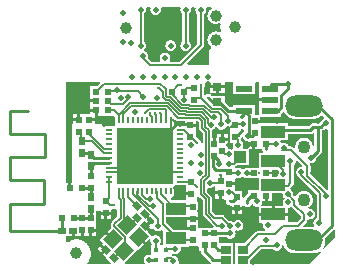
<source format=gtl>
%FSLAX24Y24*%
%MOIN*%
G70*
G01*
G75*
G04 Layer_Physical_Order=1*
G04 Layer_Color=255*
%ADD10R,0.0335X0.0256*%
%ADD11R,0.0177X0.0177*%
%ADD12R,0.0571X0.0217*%
%ADD13R,0.0571X0.0217*%
%ADD14R,0.0709X0.0394*%
G04:AMPARAMS|DCode=15|XSize=47.2mil|YSize=43.3mil|CornerRadius=0mil|HoleSize=0mil|Usage=FLASHONLY|Rotation=45.000|XOffset=0mil|YOffset=0mil|HoleType=Round|Shape=Rectangle|*
%AMROTATEDRECTD15*
4,1,4,-0.0014,-0.0320,-0.0320,-0.0014,0.0014,0.0320,0.0320,0.0014,-0.0014,-0.0320,0.0*
%
%ADD15ROTATEDRECTD15*%

%ADD16R,0.1850X0.1850*%
%ADD17O,0.0079X0.0256*%
%ADD18O,0.0256X0.0079*%
%ADD19R,0.0394X0.0394*%
%ADD20R,0.0236X0.0217*%
%ADD21R,0.0217X0.0236*%
%ADD22R,0.0256X0.0197*%
%ADD23R,0.0197X0.0256*%
%ADD24C,0.0394*%
%ADD25R,0.0197X0.0236*%
%ADD26R,0.0236X0.0197*%
%ADD27R,0.0315X0.0295*%
G04:AMPARAMS|DCode=28|XSize=19.7mil|YSize=23.6mil|CornerRadius=0mil|HoleSize=0mil|Usage=FLASHONLY|Rotation=45.000|XOffset=0mil|YOffset=0mil|HoleType=Round|Shape=Rectangle|*
%AMROTATEDRECTD28*
4,1,4,0.0014,-0.0153,-0.0153,0.0014,-0.0014,0.0153,0.0153,-0.0014,0.0014,-0.0153,0.0*
%
%ADD28ROTATEDRECTD28*%

%ADD29R,0.0787X0.0394*%
%ADD30C,0.0060*%
%ADD31C,0.0100*%
%ADD32C,0.0050*%
%ADD33C,0.0080*%
%ADD34C,0.0070*%
%ADD35C,0.0090*%
%ADD36C,0.0390*%
%ADD37O,0.1260X0.0709*%
%ADD38C,0.0433*%
%ADD39C,0.0200*%
%ADD40C,0.0197*%
%ADD41C,0.0118*%
G36*
X5335Y2750D02*
X5354Y2746D01*
X5372Y2744D01*
X5550D01*
X5568Y2746D01*
X5580Y2749D01*
X5652D01*
Y2659D01*
Y2513D01*
X5830D01*
Y2413D01*
X5652D01*
Y2265D01*
D01*
Y2265D01*
X5626Y2239D01*
X5177D01*
X5132Y2284D01*
X5133Y2288D01*
X5149Y2332D01*
X5155Y2332D01*
X5173Y2337D01*
X5191Y2344D01*
X5207Y2354D01*
X5221Y2366D01*
X5233Y2380D01*
X5243Y2396D01*
X5250Y2413D01*
X5254Y2432D01*
X5256Y2450D01*
Y2628D01*
X5254Y2646D01*
X5250Y2665D01*
X5243Y2682D01*
D01*
Y2682D01*
X5264Y2725D01*
D01*
X5275D01*
Y2736D01*
D01*
X5318Y2757D01*
D01*
D01*
X5318Y2757D01*
X5318D01*
D01*
X5335Y2750D01*
D02*
G37*
G36*
X6632Y2703D02*
Y2689D01*
Y2543D01*
X6810D01*
Y2493D01*
X6860D01*
Y2295D01*
X6900D01*
X6966Y2268D01*
X6976Y2256D01*
X6972Y2242D01*
X6971Y2220D01*
X6972Y2198D01*
X6977Y2177D01*
X6986Y2157D01*
X6997Y2138D01*
X7011Y2121D01*
X7028Y2107D01*
X7047Y2096D01*
X7067Y2087D01*
X7088Y2082D01*
X7110Y2081D01*
X7132Y2082D01*
X7132Y2082D01*
X7166Y2056D01*
X7172Y2043D01*
Y2023D01*
X7528D01*
Y2055D01*
X7577Y2069D01*
X7577Y2068D01*
X7591Y2051D01*
X7608Y2037D01*
X7627Y2026D01*
X7647Y2017D01*
X7668Y2012D01*
X7690Y2011D01*
X7712Y2012D01*
X7733Y2017D01*
X7753Y2026D01*
X7772Y2037D01*
X7789Y2051D01*
X7803Y2068D01*
X7814Y2087D01*
X7819Y2098D01*
X7869Y2103D01*
X7873Y2096D01*
X7888Y2079D01*
X7906Y2063D01*
X7925Y2050D01*
X7946Y2040D01*
X7969Y2032D01*
X7992Y2028D01*
X8015Y2026D01*
X8038Y2028D01*
X8048Y2030D01*
X8067Y2014D01*
X8087Y1956D01*
Y1822D01*
X8511D01*
Y2049D01*
X8175D01*
X8155Y2094D01*
X8157Y2096D01*
X8170Y2116D01*
X8180Y2137D01*
X8188Y2159D01*
X8192Y2182D01*
X8194Y2205D01*
X8209Y2222D01*
X8267D01*
Y2400D01*
X8367D01*
Y2222D01*
X8515D01*
Y2479D01*
X8837D01*
X8871Y2443D01*
X8871Y2440D01*
X8873Y2417D01*
X8877Y2394D01*
X8885Y2372D01*
X8895Y2351D01*
X8908Y2331D01*
X8924Y2314D01*
X8934Y2305D01*
Y2296D01*
X8918Y2279D01*
X8905Y2259D01*
X8895Y2238D01*
X8887Y2216D01*
X8883Y2193D01*
X8881Y2170D01*
X8883Y2147D01*
X8887Y2124D01*
X8895Y2102D01*
X8900Y2091D01*
X8885Y2067D01*
X8857Y2049D01*
X8611D01*
Y1822D01*
X9049D01*
X9060Y1991D01*
X9083Y1993D01*
X9106Y1997D01*
X9128Y2005D01*
X9149Y2015D01*
X9169Y2028D01*
X9170Y2026D01*
X9171Y2025D01*
X9171D01*
X9171Y2025D01*
X9171Y2025D01*
Y2025D01*
X9171D01*
X9171D01*
X9182Y2012D01*
X9470Y1724D01*
Y1626D01*
X9354Y1510D01*
X9034D01*
Y1600D01*
X9042Y1722D01*
X8087D01*
Y1495D01*
X8123D01*
X8193Y1471D01*
X8205Y1456D01*
X8203Y1443D01*
X8201Y1420D01*
X8203Y1397D01*
X8207Y1374D01*
X8215Y1352D01*
X8225Y1331D01*
X8238Y1311D01*
X8254Y1294D01*
X8271Y1278D01*
X8286Y1268D01*
X8276Y1236D01*
X8268Y1220D01*
X8058D01*
X8041Y1219D01*
X8024Y1215D01*
X8008Y1208D01*
X7993Y1199D01*
X7980Y1188D01*
X7597Y805D01*
X7298D01*
Y389D01*
Y110D01*
X7222D01*
Y389D01*
Y805D01*
X6758D01*
Y939D01*
Y1006D01*
X7001D01*
X7014Y995D01*
X7034Y982D01*
X7055Y972D01*
X7077Y964D01*
X7100Y960D01*
X7123Y958D01*
X7146Y960D01*
X7169Y964D01*
X7192Y972D01*
X7213Y982D01*
X7232Y995D01*
X7250Y1010D01*
X7265Y1028D01*
X7278Y1047D01*
X7288Y1068D01*
X7296Y1091D01*
X7300Y1114D01*
X7302Y1137D01*
X7300Y1160D01*
X7296Y1183D01*
X7288Y1205D01*
X7324Y1241D01*
X7334Y1237D01*
X7357Y1233D01*
X7380Y1231D01*
X7403Y1233D01*
X7426Y1237D01*
X7448Y1245D01*
X7469Y1255D01*
X7489Y1268D01*
X7506Y1284D01*
X7522Y1301D01*
X7535Y1321D01*
X7545Y1342D01*
X7553Y1364D01*
X7557Y1387D01*
X7559Y1410D01*
X7557Y1433D01*
X7553Y1456D01*
X7545Y1478D01*
X7535Y1499D01*
X7522Y1519D01*
X7506Y1536D01*
X7489Y1552D01*
X7469Y1565D01*
X7448Y1575D01*
X7426Y1583D01*
X7403Y1587D01*
X7380Y1589D01*
X7357Y1587D01*
X7334Y1583D01*
X7312Y1575D01*
X7291Y1565D01*
X7271Y1552D01*
X7254Y1536D01*
X7238Y1519D01*
X7219Y1532D01*
X7219Y1532D01*
Y1532D01*
X7199Y1545D01*
X7178Y1555D01*
X7156Y1563D01*
X7133Y1567D01*
X7110Y1569D01*
X7087Y1567D01*
X7082Y1566D01*
X6919Y1730D01*
X6906Y1741D01*
X6892Y1750D01*
X6877Y1756D01*
X6861Y1760D01*
X6844Y1761D01*
X6632D01*
X6519Y1874D01*
Y2311D01*
X6518Y2328D01*
X6514Y2344D01*
X6508Y2359D01*
X6499Y2373D01*
X6488Y2386D01*
X6349Y2525D01*
Y2609D01*
X6371Y2652D01*
X6390Y2666D01*
X6401Y2662D01*
X6424Y2658D01*
X6448Y2656D01*
X6471Y2658D01*
X6494Y2662D01*
X6516Y2670D01*
X6537Y2680D01*
X6557Y2693D01*
X6574Y2709D01*
X6585Y2721D01*
X6632Y2703D01*
D02*
G37*
G36*
X3358Y1932D02*
Y1705D01*
X3182Y1528D01*
X3171Y1515D01*
X3162Y1500D01*
X3155Y1484D01*
X3151Y1467D01*
X3150Y1450D01*
Y1370D01*
X3151Y1353D01*
X3155Y1336D01*
X3161Y1321D01*
X3034Y1193D01*
X3244Y984D01*
X3173Y913D01*
X2963Y1123D01*
X2775Y934D01*
X2900Y809D01*
X2866Y775D01*
X3006Y635D01*
X2971Y599D01*
X3006Y564D01*
X2880Y438D01*
X2983Y335D01*
X2985Y333D01*
X3161Y157D01*
X3142Y110D01*
X2378D01*
X2358Y156D01*
X2365Y164D01*
X2390Y197D01*
X2412Y232D01*
X2432Y269D01*
X2447Y307D01*
X2460Y347D01*
X2469Y387D01*
X2474Y428D01*
X2476Y470D01*
X2474Y512D01*
X2469Y553D01*
X2460Y593D01*
X2447Y633D01*
X2432Y671D01*
X2412Y708D01*
X2390Y743D01*
X2365Y776D01*
X2337Y807D01*
X2306Y835D01*
X2273Y860D01*
X2238Y882D01*
X2201Y902D01*
X2163Y917D01*
X2123Y930D01*
X2083Y939D01*
X2042Y944D01*
X2000Y946D01*
X1958Y944D01*
X1917Y939D01*
X1877Y930D01*
X1837Y917D01*
X1799Y902D01*
X1762Y882D01*
X1727Y860D01*
X1705Y843D01*
X1671Y860D01*
X1660Y872D01*
Y1052D01*
X1689D01*
Y1052D01*
X1847D01*
Y1230D01*
X1947D01*
Y1052D01*
X2022D01*
Y1045D01*
X2150D01*
Y1243D01*
X2250D01*
Y1045D01*
X2302D01*
Y1045D01*
X2430D01*
Y1243D01*
X2480D01*
Y1293D01*
X2658D01*
Y1439D01*
Y1755D01*
Y1870D01*
X2802D01*
Y1863D01*
X3158D01*
Y1910D01*
X3172Y1931D01*
X3200Y1950D01*
X3207Y1947D01*
X3228Y1942D01*
X3250Y1941D01*
X3272Y1942D01*
X3293Y1947D01*
X3313Y1956D01*
X3315Y1957D01*
X3358Y1932D01*
D02*
G37*
G36*
X7538Y4343D02*
X7544Y4325D01*
X7554Y4304D01*
X7567Y4284D01*
X7583Y4267D01*
X7600Y4251D01*
X7620Y4238D01*
X7641Y4228D01*
X7663Y4220D01*
X7686Y4216D01*
X7709Y4214D01*
X7715Y4209D01*
Y4180D01*
X7913D01*
Y4130D01*
X7963D01*
Y3952D01*
X8181D01*
X8182Y3938D01*
X8187Y3917D01*
X8196Y3897D01*
X8207Y3878D01*
X8218Y3866D01*
X8209Y3847D01*
X8186Y3820D01*
X8087D01*
Y3328D01*
X7715D01*
Y3328D01*
X7714Y3328D01*
X7700Y3329D01*
X7677Y3327D01*
X7654Y3323D01*
X7632Y3315D01*
X7611Y3305D01*
X7591Y3292D01*
X7574Y3276D01*
X7567Y3270D01*
X7517D01*
X7511Y3276D01*
X7494Y3292D01*
X7474Y3305D01*
X7453Y3315D01*
X7431Y3323D01*
X7408Y3327D01*
X7385Y3329D01*
X7362Y3327D01*
X7339Y3323D01*
X7317Y3315D01*
X7311Y3312D01*
X7303Y3317D01*
X7306Y3315D01*
X7295Y3344D01*
X7295Y3373D01*
X7300Y3376D01*
X7313Y3387D01*
X7339Y3413D01*
X7737D01*
Y3952D01*
X7863D01*
Y4080D01*
X7715D01*
Y3967D01*
X7598D01*
X7547Y4001D01*
X7542Y4009D01*
X7550Y4026D01*
X7558Y4049D01*
X7562Y4072D01*
X7564Y4095D01*
X7562Y4118D01*
X7558Y4141D01*
X7550Y4163D01*
X7540Y4184D01*
X7527Y4204D01*
X7511Y4221D01*
X7495Y4235D01*
Y4258D01*
X7494Y4275D01*
X7490Y4292D01*
X7483Y4308D01*
X7483Y4308D01*
X7512Y4349D01*
X7538Y4343D01*
D02*
G37*
G36*
X8750Y3221D02*
X8748Y3219D01*
X8735Y3199D01*
X8725Y3178D01*
X8717Y3156D01*
X8713Y3133D01*
X8711Y3110D01*
X8713Y3087D01*
X8716Y3071D01*
X8706Y3060D01*
X8626Y3033D01*
X8505D01*
Y3266D01*
X8729D01*
X8750Y3221D01*
D02*
G37*
G36*
X7574Y3024D02*
X7591Y3008D01*
X7611Y2995D01*
X7632Y2985D01*
X7654Y2977D01*
X7677Y2973D01*
X7700Y2971D01*
X7714Y2972D01*
X7715Y2972D01*
Y2972D01*
X8087D01*
Y2578D01*
X7725D01*
Y2484D01*
X7598Y2357D01*
X7584Y2341D01*
X7577Y2328D01*
X7534Y2340D01*
X7528Y2342D01*
Y2565D01*
X7308D01*
X7275Y2598D01*
X7268Y2604D01*
Y2743D01*
X7090D01*
Y2843D01*
X7268D01*
Y2955D01*
X7276Y2966D01*
X7311Y2988D01*
X7317Y2985D01*
X7339Y2977D01*
X7362Y2973D01*
X7385Y2971D01*
X7408Y2973D01*
X7431Y2977D01*
X7453Y2985D01*
X7474Y2995D01*
X7494Y3008D01*
X7511Y3024D01*
X7517Y3031D01*
X7567D01*
X7574Y3024D01*
D02*
G37*
G36*
X6059Y2378D02*
X6070Y2365D01*
X6209Y2226D01*
Y1786D01*
X6210Y1770D01*
X6214Y1754D01*
X6220Y1738D01*
X6229Y1724D01*
X6239Y1712D01*
X6570Y1381D01*
X6551Y1335D01*
X6082D01*
D01*
X6082D01*
X6048Y1368D01*
Y1435D01*
Y1583D01*
X5692D01*
Y1435D01*
Y1367D01*
X5870D01*
Y1267D01*
X5692D01*
Y1255D01*
X5243D01*
X4986Y1512D01*
Y1685D01*
X5692D01*
Y1683D01*
X6048D01*
Y1829D01*
Y2225D01*
X6008D01*
Y2265D01*
X6008D01*
Y2368D01*
X6057Y2382D01*
X6059Y2378D01*
D02*
G37*
G36*
X10633Y1260D02*
Y1005D01*
X10259Y631D01*
X10220Y662D01*
X10236Y688D01*
X10254Y722D01*
X10268Y757D01*
X10280Y793D01*
X10288Y830D01*
X10293Y868D01*
X10295Y906D01*
X10293Y943D01*
X10288Y980D01*
X10587Y1279D01*
X10633Y1260D01*
D02*
G37*
G36*
X8900Y757D02*
X8915Y722D01*
X8932Y688D01*
X8953Y656D01*
X8976Y626D01*
X9001Y598D01*
X9029Y572D01*
X9059Y549D01*
X9091Y529D01*
X9125Y512D01*
X9160Y497D01*
X9196Y486D01*
X9233Y477D01*
X9271Y472D01*
X9309Y471D01*
X9860D01*
X9898Y472D01*
X9935Y477D01*
X9972Y486D01*
X10009Y497D01*
X10044Y512D01*
X10077Y529D01*
X10104Y546D01*
X10135Y507D01*
X9738Y110D01*
X7793D01*
Y247D01*
X8156Y610D01*
X8548D01*
X8561Y598D01*
X8581Y585D01*
X8602Y575D01*
X8624Y567D01*
X8647Y563D01*
X8670Y561D01*
X8693Y563D01*
X8716Y567D01*
X8738Y575D01*
X8759Y585D01*
X8779Y598D01*
X8796Y614D01*
X8812Y631D01*
X8825Y651D01*
X8835Y672D01*
X8843Y694D01*
X8847Y717D01*
X8849Y740D01*
X8848Y758D01*
X8897Y768D01*
X8900Y757D01*
D02*
G37*
G36*
X6048Y725D02*
X6048D01*
X6082Y692D01*
Y545D01*
X6140D01*
Y540D01*
X6141Y520D01*
X6146Y500D01*
X6151Y489D01*
X6154Y481D01*
X6165Y463D01*
X6178Y448D01*
X6455Y170D01*
X6471Y157D01*
X6470Y157D01*
X6442Y110D01*
X5479D01*
X5395Y152D01*
X5403Y174D01*
X5407Y197D01*
X5409Y220D01*
X5407Y243D01*
X5403Y266D01*
X5395Y288D01*
X5385Y309D01*
X5372Y329D01*
X5356Y346D01*
X5339Y362D01*
X5319Y375D01*
X5298Y385D01*
X5276Y393D01*
X5253Y397D01*
X5230Y399D01*
X5207Y397D01*
X5205Y397D01*
X5183Y414D01*
X5188Y464D01*
X5210Y476D01*
X5211Y475D01*
X5232Y465D01*
X5254Y457D01*
X5277Y453D01*
X5300Y451D01*
X5323Y453D01*
X5346Y457D01*
X5368Y465D01*
X5389Y475D01*
X5409Y488D01*
X5426Y504D01*
X5442Y521D01*
X5455Y541D01*
X5465Y562D01*
X5473Y584D01*
X5477Y607D01*
X5479Y630D01*
X5477Y653D01*
X5475Y662D01*
X5492Y683D01*
X5546Y701D01*
X5744D01*
Y725D01*
X6048D01*
D01*
D02*
G37*
G36*
X9503Y3411D02*
X9502Y3384D01*
X9492Y3358D01*
X9477Y3357D01*
X9454Y3353D01*
X9432Y3345D01*
X9411Y3335D01*
X9391Y3322D01*
X9374Y3306D01*
X9358Y3289D01*
X9345Y3269D01*
X9335Y3248D01*
X9327Y3226D01*
X9323Y3203D01*
X9321Y3180D01*
X9323Y3157D01*
X9327Y3134D01*
X9335Y3112D01*
X9345Y3091D01*
X9358Y3071D01*
X9374Y3054D01*
X9391Y3038D01*
X9411Y3025D01*
X9417Y3022D01*
X9422Y3016D01*
X10010Y2429D01*
Y1649D01*
X10008Y1648D01*
X9987Y1638D01*
X9967Y1625D01*
X9950Y1610D01*
X9934Y1592D01*
X9921Y1573D01*
X9911Y1552D01*
X9904Y1529D01*
X9899Y1506D01*
X9897Y1483D01*
X9899Y1460D01*
X9904Y1437D01*
X9911Y1415D01*
X9921Y1394D01*
X9930Y1380D01*
X9904Y1338D01*
X9898Y1339D01*
X9860Y1340D01*
X9562D01*
X9542Y1386D01*
X9658Y1502D01*
X9669Y1515D01*
X9678Y1530D01*
X9681Y1537D01*
X9685Y1546D01*
X9689Y1563D01*
X9690Y1576D01*
X9701Y1584D01*
X9747Y1603D01*
X9770Y1601D01*
X9793Y1603D01*
X9816Y1607D01*
X9838Y1615D01*
X9859Y1625D01*
X9879Y1638D01*
X9896Y1654D01*
X9912Y1671D01*
X9925Y1691D01*
X9935Y1712D01*
X9943Y1734D01*
X9947Y1757D01*
X9949Y1780D01*
X9947Y1803D01*
X9943Y1826D01*
X9935Y1848D01*
X9925Y1869D01*
X9912Y1889D01*
X9896Y1906D01*
X9879Y1922D01*
X9859Y1935D01*
X9838Y1945D01*
X9816Y1953D01*
X9793Y1957D01*
X9770Y1959D01*
X9747Y1957D01*
X9744Y1957D01*
X9727Y2004D01*
X9742Y2012D01*
X9769Y2032D01*
X9794Y2054D01*
X9816Y2079D01*
X9836Y2106D01*
X9852Y2135D01*
X9865Y2166D01*
X9874Y2198D01*
X9879Y2231D01*
X9881Y2264D01*
X9879Y2297D01*
X9874Y2330D01*
X9865Y2362D01*
X9852Y2393D01*
X9836Y2422D01*
X9816Y2449D01*
X9794Y2474D01*
X9769Y2496D01*
X9742Y2515D01*
X9713Y2531D01*
X9682Y2544D01*
X9650Y2553D01*
X9617Y2559D01*
X9584Y2561D01*
X9551Y2559D01*
X9518Y2553D01*
X9486Y2544D01*
X9455Y2531D01*
X9426Y2515D01*
X9399Y2496D01*
X9374Y2474D01*
X9352Y2449D01*
X9333Y2422D01*
X9317Y2393D01*
X9315Y2389D01*
X9266Y2380D01*
X9227Y2419D01*
X9229Y2440D01*
X9227Y2463D01*
X9223Y2486D01*
X9215Y2508D01*
X9205Y2529D01*
X9192Y2549D01*
X9176Y2566D01*
X9159Y2582D01*
X9139Y2595D01*
X9135Y2597D01*
X9127Y2646D01*
X9207Y2726D01*
X9218Y2739D01*
X9227Y2754D01*
X9234Y2770D01*
X9238Y2786D01*
X9239Y2804D01*
X9239Y2804D01*
X9239Y2804D01*
Y2804D01*
Y3409D01*
X9255Y3424D01*
X9271Y3441D01*
X9284Y3461D01*
X9294Y3482D01*
X9301Y3504D01*
X9306Y3527D01*
X9307Y3543D01*
X9329Y3551D01*
X9361Y3554D01*
X9503Y3411D01*
D02*
G37*
G36*
X4455Y1686D02*
X4467Y1699D01*
X4534Y1632D01*
X4592Y1545D01*
X4591Y1523D01*
X4584Y1516D01*
X4568Y1499D01*
X4555Y1479D01*
X4545Y1458D01*
X4540Y1443D01*
X4523Y1439D01*
X4473Y1449D01*
X4461Y1462D01*
X4370Y1371D01*
X4478Y1263D01*
X4547Y1297D01*
X4559Y1295D01*
X4568Y1281D01*
X4584Y1264D01*
X4601Y1248D01*
X4621Y1235D01*
X4642Y1225D01*
X4664Y1217D01*
X4687Y1213D01*
X4710Y1211D01*
X4733Y1213D01*
X4756Y1217D01*
X4778Y1225D01*
X4799Y1235D01*
X4819Y1248D01*
X4830Y1258D01*
X4856Y1246D01*
X4876Y1229D01*
Y769D01*
X4830Y749D01*
X4782Y791D01*
X4795Y811D01*
X4805Y832D01*
X4813Y854D01*
X4817Y877D01*
X4819Y900D01*
X4817Y923D01*
X4813Y946D01*
X4805Y968D01*
X4795Y989D01*
X4782Y1009D01*
X4766Y1026D01*
X4749Y1042D01*
X4729Y1055D01*
X4708Y1065D01*
X4686Y1073D01*
X4663Y1077D01*
X4640Y1079D01*
X4617Y1077D01*
X4594Y1073D01*
X4572Y1065D01*
X4551Y1055D01*
X4531Y1042D01*
X4519Y1031D01*
X4505Y1046D01*
Y1046D01*
X4380Y1171D01*
X4404Y1195D01*
X4264Y1335D01*
X4299Y1371D01*
X4264Y1406D01*
X4390Y1532D01*
X4345Y1577D01*
X4384Y1615D01*
X4244Y1755D01*
X4315Y1826D01*
X4455Y1686D01*
D02*
G37*
G36*
X4317Y857D02*
X4421Y962D01*
X4426Y960D01*
X4466Y939D01*
X4463Y923D01*
X4461Y900D01*
X4463Y877D01*
X4467Y854D01*
X4475Y832D01*
X4485Y811D01*
X4498Y791D01*
X4514Y774D01*
D01*
D01*
Y774D01*
X4494Y746D01*
X4494D01*
Y505D01*
X4471Y438D01*
X4455Y425D01*
X4443Y427D01*
X4420Y429D01*
X4397Y427D01*
X4374Y423D01*
X4352Y415D01*
X4331Y405D01*
X4311Y392D01*
X4294Y376D01*
X4278Y359D01*
X4265Y339D01*
X4255Y318D01*
X4247Y296D01*
X4243Y273D01*
X4241Y250D01*
X4243Y227D01*
X4247Y204D01*
X4255Y182D01*
X4265Y161D01*
X4269Y154D01*
X4248Y115D01*
X4243Y110D01*
X3635D01*
X3616Y157D01*
X4032Y572D01*
X4032D01*
X4058Y598D01*
X4058Y598D01*
X4058Y598D01*
X4246Y787D01*
X4036Y996D01*
X4107Y1067D01*
X4317Y857D01*
D02*
G37*
G36*
X10270Y4631D02*
X10293Y4626D01*
X10316Y4625D01*
X10340Y4626D01*
X10346Y4628D01*
X10384Y4596D01*
Y2643D01*
X10369Y2597D01*
X10320Y2586D01*
X9802Y3104D01*
Y3379D01*
X9801Y3397D01*
X9797Y3413D01*
X9793Y3423D01*
X9790Y3429D01*
X9797Y3473D01*
D01*
X9797Y3473D01*
X9820Y3471D01*
X9843Y3473D01*
X9866Y3477D01*
X9888Y3485D01*
X9909Y3495D01*
X9929Y3508D01*
X9946Y3524D01*
X9962Y3541D01*
X9975Y3561D01*
X9985Y3582D01*
X9993Y3604D01*
X9997Y3627D01*
X9998Y3644D01*
X10152Y3798D01*
X10165Y3813D01*
X10176Y3831D01*
X10179Y3839D01*
X10184Y3850D01*
X10189Y3870D01*
X10190Y3890D01*
Y4571D01*
X10194Y4572D01*
X10201Y4575D01*
X10219Y4586D01*
X10234Y4599D01*
X10267Y4632D01*
X10270Y4631D01*
D02*
G37*
G36*
X2798Y6143D02*
X2702Y6048D01*
X2465D01*
Y5748D01*
X2465D01*
Y5610D01*
X2663D01*
Y5510D01*
X2465D01*
Y5372D01*
Y5300D01*
X2663D01*
Y5250D01*
X2713D01*
Y5062D01*
X3251D01*
X3285Y5025D01*
X3284Y5010D01*
Y4832D01*
X3286Y4814D01*
X3290Y4795D01*
X3297Y4778D01*
D01*
Y4778D01*
X3276Y4735D01*
X3265D01*
Y4724D01*
X3222Y4703D01*
D01*
D01*
X3222Y4703D01*
X3222D01*
D01*
X3205Y4710D01*
X3186Y4714D01*
X3168Y4716D01*
X2990D01*
X2972Y4714D01*
X2953Y4710D01*
X2936Y4703D01*
X2920Y4693D01*
X2906Y4681D01*
X2865Y4716D01*
X2860Y4800D01*
Y4800D01*
X2608D01*
Y4877D01*
X2430D01*
Y4977D01*
X2608D01*
Y5062D01*
X2613D01*
Y5200D01*
X2465D01*
Y5125D01*
X2252D01*
D01*
D01*
X2252Y5125D01*
X2248D01*
Y5125D01*
X2120D01*
Y4927D01*
X2070D01*
Y4877D01*
X1892D01*
Y4800D01*
X1840D01*
Y2818D01*
X1823D01*
Y2640D01*
X1723D01*
Y2818D01*
X1660D01*
Y6190D01*
X2779D01*
X2798Y6143D01*
D02*
G37*
G36*
X5305Y4926D02*
X5317Y4915D01*
X5331Y4906D01*
X5346Y4900D01*
X5363Y4896D01*
X5379Y4895D01*
X5612D01*
Y4744D01*
X5572Y4713D01*
X5568Y4714D01*
X5550Y4716D01*
X5372D01*
X5354Y4714D01*
X5335Y4710D01*
X5318Y4703D01*
D01*
X5318D01*
X5275Y4724D01*
Y4735D01*
X5264D01*
X5243Y4778D01*
D01*
D01*
X5243Y4778D01*
Y4778D01*
D01*
X5250Y4795D01*
X5254Y4814D01*
X5256Y4832D01*
Y4909D01*
X5302Y4928D01*
X5305Y4926D01*
D02*
G37*
G36*
X8078Y6156D02*
X8078D01*
Y5780D01*
Y5644D01*
X8444D01*
Y5544D01*
X8078D01*
Y5406D01*
Y5075D01*
X7963D01*
Y5408D01*
X7232D01*
Y5350D01*
X7104D01*
X6937Y5517D01*
Y5732D01*
X6507D01*
X6493Y5751D01*
X6480Y5776D01*
X6500Y5808D01*
X6650D01*
Y5986D01*
X6463D01*
Y5816D01*
X6423Y5785D01*
X6412Y5788D01*
X6390Y5789D01*
X6368Y5788D01*
X6347Y5783D01*
X6327Y5774D01*
X6308Y5763D01*
X6291Y5749D01*
X6245Y5788D01*
Y5989D01*
X6253Y5998D01*
X6264Y6017D01*
X6273Y6037D01*
X6278Y6058D01*
X6279Y6080D01*
X6278Y6102D01*
X6423Y6137D01*
X6463Y6106D01*
Y6086D01*
X6937D01*
Y6189D01*
X7232D01*
Y6189D01*
Y6156D01*
X7232Y6154D01*
X7232Y6154D01*
X7232D01*
Y5780D01*
X7963D01*
Y6154D01*
X7963Y6154D01*
D01*
D01*
X7963Y6156D01*
D01*
X7995Y6189D01*
X8078D01*
Y6156D01*
D02*
G37*
G36*
X6507Y8640D02*
X6493Y8633D01*
X6468Y8615D01*
X6445Y8595D01*
X6425Y8572D01*
X6407Y8547D01*
X6392Y8520D01*
X6380Y8491D01*
X6371Y8461D01*
X6366Y8431D01*
X6365Y8400D01*
X6366Y8369D01*
X6371Y8339D01*
X6380Y8309D01*
X6392Y8280D01*
X6407Y8253D01*
X6425Y8228D01*
X6445Y8205D01*
X6468Y8185D01*
X6493Y8167D01*
X6520Y8152D01*
X6549Y8140D01*
X6579Y8131D01*
X6609Y8126D01*
X6640Y8125D01*
X6671Y8126D01*
X6701Y8131D01*
X6731Y8140D01*
X6760Y8152D01*
X6764Y8154D01*
X6804Y8124D01*
X6801Y8113D01*
X6796Y8072D01*
X6794Y8030D01*
X6796Y7988D01*
X6801Y7947D01*
X6810Y7907D01*
X6823Y7867D01*
X6767Y7844D01*
X6760Y7848D01*
X6731Y7860D01*
X6701Y7869D01*
X6671Y7874D01*
X6640Y7875D01*
X6609Y7874D01*
X6579Y7869D01*
X6549Y7860D01*
X6520Y7848D01*
X6493Y7833D01*
X6468Y7815D01*
X6445Y7795D01*
X6425Y7772D01*
X6407Y7747D01*
X6392Y7720D01*
X6380Y7691D01*
X6371Y7661D01*
X6366Y7631D01*
X6365Y7600D01*
X6366Y7569D01*
X6371Y7539D01*
X6380Y7509D01*
X6392Y7480D01*
X6407Y7453D01*
X6425Y7428D01*
X6445Y7405D01*
X6468Y7385D01*
X6493Y7367D01*
X6498Y7364D01*
X6503Y7307D01*
X6486Y7303D01*
X6470Y7296D01*
X6455Y7287D01*
X6442Y7276D01*
X6431Y7263D01*
X6422Y7248D01*
X6415Y7232D01*
X6411Y7215D01*
X6410Y7198D01*
Y6760D01*
X5711D01*
X5692Y6806D01*
X6218Y7332D01*
X6229Y7345D01*
X6238Y7360D01*
X6245Y7376D01*
X6249Y7393D01*
X6250Y7410D01*
Y8449D01*
X6266Y8464D01*
X6282Y8481D01*
X6295Y8501D01*
X6305Y8522D01*
X6313Y8544D01*
X6317Y8567D01*
X6319Y8590D01*
X6317Y8613D01*
X6313Y8636D01*
X6309Y8648D01*
X6322Y8667D01*
X6367Y8689D01*
X6494D01*
X6507Y8640D01*
D02*
G37*
G36*
X5958Y8667D02*
X5971Y8648D01*
X5967Y8636D01*
X5963Y8613D01*
X5961Y8590D01*
X5963Y8567D01*
X5967Y8544D01*
X5975Y8522D01*
X5985Y8501D01*
X5998Y8481D01*
X6014Y8464D01*
X6030Y8449D01*
Y7456D01*
X5434Y6860D01*
X5165D01*
X5109Y6898D01*
X5106Y6903D01*
X5115Y6922D01*
X5123Y6944D01*
X5127Y6967D01*
X5129Y6990D01*
X5127Y7013D01*
X5123Y7036D01*
X5115Y7058D01*
X5105Y7079D01*
X5092Y7099D01*
X5076Y7116D01*
X5059Y7132D01*
X5039Y7145D01*
X5018Y7155D01*
X4996Y7163D01*
X4973Y7167D01*
X4950Y7169D01*
X4927Y7167D01*
X4904Y7163D01*
X4882Y7155D01*
X4861Y7145D01*
X4841Y7132D01*
X4824Y7116D01*
X4808Y7099D01*
X4795Y7079D01*
X4785Y7058D01*
X4777Y7036D01*
X4773Y7013D01*
X4771Y6990D01*
X4773Y6967D01*
X4777Y6944D01*
X4785Y6922D01*
X4794Y6903D01*
X4791Y6898D01*
X4735Y6860D01*
X4479D01*
X4370Y6970D01*
X4375Y6982D01*
X4383Y7004D01*
X4387Y7027D01*
X4389Y7050D01*
X4387Y7073D01*
X4383Y7096D01*
X4375Y7118D01*
X4365Y7139D01*
X4352Y7159D01*
X4336Y7176D01*
X4319Y7192D01*
X4299Y7205D01*
X4278Y7215D01*
X4269Y7218D01*
X4259Y7267D01*
X4266Y7274D01*
X4282Y7291D01*
X4295Y7311D01*
X4305Y7332D01*
X4313Y7354D01*
X4317Y7377D01*
X4319Y7400D01*
X4317Y7423D01*
X4313Y7446D01*
X4305Y7468D01*
X4295Y7489D01*
X4282Y7509D01*
X4266Y7526D01*
X4250Y7541D01*
Y8459D01*
X4266Y8474D01*
X4282Y8491D01*
X4295Y8511D01*
X4305Y8532D01*
X4313Y8554D01*
X4317Y8577D01*
X4319Y8600D01*
X4317Y8623D01*
X4313Y8646D01*
X4312Y8648D01*
X4341Y8689D01*
X4439D01*
X4468Y8648D01*
X4467Y8646D01*
X4463Y8623D01*
X4461Y8600D01*
X4463Y8577D01*
X4467Y8554D01*
X4475Y8532D01*
X4485Y8511D01*
X4498Y8491D01*
X4514Y8474D01*
X4531Y8458D01*
X4551Y8445D01*
X4572Y8435D01*
X4594Y8427D01*
X4617Y8423D01*
X4640Y8421D01*
X4663Y8423D01*
X4686Y8427D01*
X4708Y8435D01*
X4729Y8445D01*
X4749Y8458D01*
X4766Y8474D01*
X4782Y8491D01*
X4795Y8511D01*
X4805Y8532D01*
X4813Y8554D01*
X4817Y8577D01*
X4819Y8600D01*
X4817Y8623D01*
X4813Y8646D01*
X4812Y8648D01*
X4841Y8689D01*
X5439D01*
X5468Y8648D01*
X5467Y8646D01*
X5463Y8623D01*
X5461Y8600D01*
X5463Y8577D01*
X5467Y8554D01*
X5475Y8532D01*
X5485Y8511D01*
X5498Y8491D01*
X5514Y8474D01*
X5530Y8459D01*
Y7541D01*
X5514Y7526D01*
X5498Y7509D01*
X5485Y7489D01*
X5475Y7468D01*
X5467Y7446D01*
X5463Y7423D01*
X5461Y7400D01*
X5463Y7377D01*
X5467Y7354D01*
X5475Y7332D01*
X5485Y7311D01*
X5498Y7291D01*
X5514Y7274D01*
X5531Y7258D01*
X5551Y7245D01*
X5572Y7235D01*
X5594Y7227D01*
X5617Y7223D01*
X5640Y7221D01*
X5663Y7223D01*
X5686Y7227D01*
X5708Y7235D01*
X5729Y7245D01*
X5749Y7258D01*
X5766Y7274D01*
X5782Y7291D01*
X5795Y7311D01*
X5805Y7332D01*
X5813Y7354D01*
X5817Y7377D01*
X5819Y7400D01*
X5817Y7423D01*
X5813Y7446D01*
X5805Y7468D01*
X5795Y7489D01*
X5782Y7509D01*
X5766Y7526D01*
X5750Y7541D01*
Y8459D01*
X5766Y8474D01*
X5782Y8491D01*
X5795Y8511D01*
X5805Y8532D01*
X5813Y8554D01*
X5817Y8577D01*
X5819Y8600D01*
X5817Y8623D01*
X5813Y8646D01*
X5812Y8648D01*
X5841Y8689D01*
X5913D01*
X5958Y8667D01*
D02*
G37*
G36*
X6091Y4846D02*
Y4647D01*
X6093Y4630D01*
X6096Y4614D01*
X6103Y4599D01*
X6111Y4585D01*
X6122Y4572D01*
X6209Y4486D01*
Y4153D01*
X6159Y4151D01*
X6158Y4162D01*
X6153Y4183D01*
X6144Y4203D01*
X6133Y4222D01*
X6119Y4239D01*
X6102Y4253D01*
X6083Y4264D01*
X6076Y4267D01*
X5968Y4375D01*
Y4549D01*
Y4697D01*
X5790D01*
Y4797D01*
X5968D01*
Y4895D01*
X6042D01*
X6091Y4846D01*
D02*
G37*
G36*
X7017Y4723D02*
X7040Y4721D01*
X7063Y4723D01*
X7073Y4725D01*
X7093Y4708D01*
X7112Y4653D01*
Y4549D01*
Y4155D01*
X7202D01*
D01*
X7208Y4118D01*
X7208Y4118D01*
X7208D01*
X7206Y4095D01*
X7208Y4072D01*
X7212Y4049D01*
X7220Y4026D01*
X7228Y4009D01*
X7202Y3967D01*
X7183D01*
Y3967D01*
X7159Y3935D01*
X7159D01*
X7159D01*
X7138Y3945D01*
X7116Y3953D01*
X7093Y3957D01*
X7070Y3959D01*
D01*
D01*
D01*
X7070Y3959D01*
X7070Y3959D01*
X7038Y3964D01*
Y4069D01*
Y4217D01*
X6860D01*
Y4267D01*
X6810D01*
Y4465D01*
X6682D01*
Y4305D01*
X6640D01*
Y4107D01*
X6540D01*
Y4305D01*
X6519D01*
Y4571D01*
X6519Y4571D01*
D01*
X6538Y4595D01*
X6559Y4605D01*
X6579Y4618D01*
X6596Y4634D01*
X6612Y4651D01*
X6625Y4671D01*
X6627Y4675D01*
X6677Y4678D01*
X6688Y4661D01*
X6704Y4644D01*
X6721Y4628D01*
X6741Y4615D01*
X6762Y4605D01*
X6784Y4597D01*
X6807Y4593D01*
X6830Y4591D01*
X6853Y4593D01*
X6876Y4597D01*
X6898Y4605D01*
X6919Y4615D01*
X6939Y4628D01*
X6956Y4644D01*
X6972Y4661D01*
X6985Y4681D01*
X6995Y4702D01*
X7003Y4724D01*
X7005Y4725D01*
X7017Y4723D01*
D02*
G37*
G36*
X9930Y4470D02*
Y4066D01*
X9880Y4065D01*
X9879Y4069D01*
X9874Y4102D01*
X9865Y4134D01*
X9852Y4164D01*
X9836Y4193D01*
X9816Y4221D01*
X9794Y4245D01*
X9769Y4268D01*
X9742Y4287D01*
X9713Y4303D01*
X9682Y4316D01*
X9650Y4325D01*
X9617Y4331D01*
X9584Y4332D01*
X9551Y4331D01*
X9518Y4325D01*
X9486Y4316D01*
X9455Y4303D01*
X9426Y4287D01*
X9399Y4268D01*
X9374Y4245D01*
X9352Y4221D01*
X9333Y4193D01*
X9317Y4164D01*
X9304Y4134D01*
X9295Y4102D01*
X9289Y4069D01*
X9287Y4035D01*
X9289Y4004D01*
X9283Y4001D01*
X9234Y3993D01*
X9221Y4006D01*
X9208Y4017D01*
X9193Y4026D01*
X9177Y4033D01*
X9160Y4037D01*
X9143Y4038D01*
X9082D01*
X9075Y4058D01*
X9065Y4079D01*
X9052Y4099D01*
X9036Y4116D01*
X9019Y4132D01*
X8999Y4145D01*
X8978Y4155D01*
X8956Y4163D01*
X8933Y4167D01*
X8910Y4169D01*
X8887Y4167D01*
X8864Y4163D01*
X8842Y4155D01*
X8818Y4161D01*
X8815Y4169D01*
X8810Y4183D01*
X8800Y4204D01*
X8798Y4207D01*
X8798Y4207D01*
X8822Y4251D01*
X9034D01*
Y4450D01*
X9790D01*
X9810Y4451D01*
X9830Y4456D01*
X9841Y4461D01*
X9849Y4464D01*
X9867Y4475D01*
X9882Y4488D01*
X9883Y4489D01*
X9930Y4470D01*
D02*
G37*
G36*
X8924Y5192D02*
X8932Y5176D01*
X8953Y5144D01*
X8976Y5114D01*
X9001Y5086D01*
X9029Y5061D01*
X9059Y5038D01*
X9091Y5017D01*
X9125Y5000D01*
X9160Y4985D01*
X9196Y4974D01*
X9233Y4966D01*
X9271Y4961D01*
X9309Y4959D01*
X9860D01*
X9898Y4961D01*
X9935Y4966D01*
X9972Y4974D01*
X10009Y4985D01*
X10044Y5000D01*
X10077Y5017D01*
X10109Y5038D01*
X10139Y5061D01*
X10167Y5086D01*
X10183Y5087D01*
X10221Y5048D01*
X10246Y4975D01*
X10245Y4967D01*
X10227Y4958D01*
X10208Y4945D01*
X10190Y4930D01*
X10175Y4912D01*
X10165Y4899D01*
X10162Y4896D01*
X10088Y4822D01*
X10062D01*
X10042Y4820D01*
X9900D01*
X9880Y4819D01*
X9860Y4814D01*
X9849Y4809D01*
X9841Y4806D01*
X9823Y4796D01*
X9808Y4782D01*
X9736Y4710D01*
X9034D01*
Y4804D01*
X8118D01*
Y4827D01*
X7940D01*
Y4927D01*
X8118D01*
Y5032D01*
X8809D01*
Y5135D01*
X8874Y5200D01*
X8924Y5192D01*
D02*
G37*
%LPC*%
G36*
X2658Y1193D02*
X2530D01*
Y1045D01*
X2658D01*
Y1193D01*
D02*
G37*
G36*
X6937Y5986D02*
X6750D01*
Y5808D01*
X6937D01*
Y5986D01*
D02*
G37*
G36*
X2795Y704D02*
X2705Y613D01*
X2809Y508D01*
X2900Y599D01*
X2795Y704D01*
D02*
G37*
G36*
X5140Y7579D02*
X5117Y7577D01*
X5094Y7573D01*
X5072Y7565D01*
X5051Y7555D01*
X5031Y7542D01*
X5014Y7526D01*
X4998Y7509D01*
X4985Y7489D01*
X4975Y7468D01*
X4967Y7446D01*
X4963Y7423D01*
X4961Y7400D01*
X4963Y7377D01*
X4967Y7354D01*
X4975Y7332D01*
X4985Y7311D01*
X4998Y7291D01*
X5014Y7274D01*
X5031Y7258D01*
X5051Y7245D01*
X5072Y7235D01*
X5094Y7227D01*
X5117Y7223D01*
X5140Y7221D01*
X5163Y7223D01*
X5186Y7227D01*
X5208Y7235D01*
X5229Y7245D01*
X5249Y7258D01*
X5266Y7274D01*
X5282Y7291D01*
X5295Y7311D01*
X5305Y7332D01*
X5313Y7354D01*
X5317Y7377D01*
X5319Y7400D01*
X5317Y7423D01*
X5313Y7446D01*
X5305Y7468D01*
X5295Y7489D01*
X5282Y7509D01*
X5266Y7526D01*
X5249Y7542D01*
X5229Y7555D01*
X5208Y7565D01*
X5186Y7573D01*
X5163Y7577D01*
X5140Y7579D01*
D02*
G37*
G36*
X7038Y4465D02*
X6910D01*
Y4317D01*
X7038D01*
Y4465D01*
D02*
G37*
G36*
X7300Y1923D02*
X7172D01*
Y1775D01*
X7300D01*
Y1923D01*
D02*
G37*
G36*
X7528D02*
X7400D01*
Y1775D01*
X7528D01*
Y1923D01*
D02*
G37*
G36*
X6760Y2443D02*
X6632D01*
Y2295D01*
X6760D01*
Y2443D01*
D02*
G37*
G36*
X2020Y5125D02*
X1892D01*
Y4977D01*
X2020D01*
Y5125D01*
D02*
G37*
G36*
X2930Y1763D02*
X2802D01*
Y1615D01*
X2930D01*
Y1763D01*
D02*
G37*
G36*
X3158D02*
X3030D01*
Y1615D01*
X3158D01*
Y1763D01*
D02*
G37*
%LPD*%
D10*
X7545Y597D02*
D03*
X6975D02*
D03*
Y263D02*
D03*
X7545D02*
D03*
D11*
X4663Y577D02*
D03*
Y243D02*
D03*
X4997D02*
D03*
Y577D02*
D03*
D12*
X7597Y5220D02*
D03*
Y5968D02*
D03*
X8444D02*
D03*
Y5594D02*
D03*
D13*
X8444Y5220D02*
D03*
D14*
X5310Y1962D02*
D03*
Y978D02*
D03*
D15*
X3209Y948D02*
D03*
X3598Y558D02*
D03*
X3682Y1422D02*
D03*
X4072Y1032D02*
D03*
D16*
X4270Y3730D02*
D03*
D17*
X5136Y2539D02*
D03*
X4979D02*
D03*
X4821D02*
D03*
X4664D02*
D03*
X4506D02*
D03*
X4349D02*
D03*
X4191D02*
D03*
X4034D02*
D03*
X3876D02*
D03*
X3719D02*
D03*
X3561D02*
D03*
X3404D02*
D03*
Y4921D02*
D03*
X3561D02*
D03*
X3719D02*
D03*
X3876D02*
D03*
X4034D02*
D03*
X4191D02*
D03*
X4349D02*
D03*
X4506D02*
D03*
X4664D02*
D03*
X4821D02*
D03*
X4979D02*
D03*
X5136D02*
D03*
D18*
X3079Y2864D02*
D03*
Y3021D02*
D03*
Y3179D02*
D03*
Y3336D02*
D03*
Y3494D02*
D03*
Y3651D02*
D03*
Y3809D02*
D03*
Y3966D02*
D03*
Y4124D02*
D03*
Y4281D02*
D03*
Y4439D02*
D03*
Y4596D02*
D03*
X5461D02*
D03*
Y4439D02*
D03*
Y4281D02*
D03*
Y4124D02*
D03*
Y3966D02*
D03*
Y3809D02*
D03*
Y3651D02*
D03*
Y3494D02*
D03*
Y3336D02*
D03*
Y3179D02*
D03*
Y3021D02*
D03*
Y2864D02*
D03*
D19*
X7460Y3690D02*
D03*
D20*
X1907Y1640D02*
D03*
X1513D02*
D03*
X5173Y5860D02*
D03*
X5567D02*
D03*
X3057Y5560D02*
D03*
X2663D02*
D03*
X3057Y5250D02*
D03*
X2663D02*
D03*
X2663Y5860D02*
D03*
X3057D02*
D03*
D21*
X6270Y1137D02*
D03*
Y743D02*
D03*
X6570Y1137D02*
D03*
Y743D02*
D03*
X5920Y5593D02*
D03*
Y5987D02*
D03*
D22*
X1897Y1230D02*
D03*
X1523D02*
D03*
D23*
X2480Y2337D02*
D03*
Y1963D02*
D03*
X2200Y4207D02*
D03*
Y3833D02*
D03*
X2480Y3757D02*
D03*
Y3383D02*
D03*
D24*
X7270Y8030D02*
D03*
X2000Y470D02*
D03*
D25*
X7290Y4353D02*
D03*
Y4747D02*
D03*
X6810Y2887D02*
D03*
Y2493D02*
D03*
X7350Y2367D02*
D03*
Y1973D02*
D03*
X7090Y3187D02*
D03*
Y2793D02*
D03*
X6590Y3713D02*
D03*
Y4107D02*
D03*
X6860Y3873D02*
D03*
Y4267D02*
D03*
X7940Y4483D02*
D03*
Y4877D02*
D03*
X2200Y1243D02*
D03*
Y1637D02*
D03*
X5870Y1317D02*
D03*
Y923D02*
D03*
Y1633D02*
D03*
Y2027D02*
D03*
X5790Y4747D02*
D03*
Y4354D02*
D03*
X2430Y4927D02*
D03*
Y4533D02*
D03*
X2980Y1813D02*
D03*
Y2207D02*
D03*
X5830Y2463D02*
D03*
Y2857D02*
D03*
X2480Y1243D02*
D03*
Y1637D02*
D03*
Y2663D02*
D03*
Y3057D02*
D03*
X2070Y4927D02*
D03*
Y4533D02*
D03*
D26*
X8307Y4130D02*
D03*
X7913D02*
D03*
X7923Y2400D02*
D03*
X8317D02*
D03*
X8307Y3150D02*
D03*
X7913D02*
D03*
X1773Y2640D02*
D03*
X2167D02*
D03*
D27*
X6700Y5504D02*
D03*
Y6036D02*
D03*
D28*
X4279Y1791D02*
D03*
X4001Y2069D02*
D03*
X4299Y1371D02*
D03*
X4021Y1649D02*
D03*
X2971Y599D02*
D03*
X3249Y321D02*
D03*
D29*
X8561Y4528D02*
D03*
Y3543D02*
D03*
Y2756D02*
D03*
Y1772D02*
D03*
D30*
X8307Y3150D02*
X8640D01*
X7030Y4570D02*
X7207Y4747D01*
X7290D01*
X7333Y4790D02*
X7540D01*
X7290Y4747D02*
X7333Y4790D01*
X4663Y637D02*
Y877D01*
X4640Y900D02*
X4663Y877D01*
X4997Y637D02*
X5005Y630D01*
X5300D01*
X4997Y303D02*
X5147D01*
X5230Y220D01*
X7545Y263D02*
X7653D01*
X8110Y720D01*
X8650D01*
X8670Y740D01*
X9580Y1580D02*
Y1770D01*
X9400Y1400D02*
X9580Y1580D01*
X8900Y1400D02*
X9400D01*
X8610Y1110D02*
X8900Y1400D01*
X8058Y1110D02*
X8610D01*
X7545Y597D02*
X8058Y1110D01*
X4668Y2332D02*
Y2534D01*
X4664Y2539D02*
X4668Y2534D01*
Y2332D02*
X4876Y2124D01*
X4821Y2439D02*
X5298Y1962D01*
X4876Y1466D02*
X5359Y983D01*
X4876Y1466D02*
Y2124D01*
X5370Y2037D02*
X5870D01*
X4821Y2539D02*
Y2549D01*
X5298Y1962D02*
X5310D01*
X4821Y2439D02*
Y2539D01*
X5694Y5987D02*
X5920D01*
X5567Y5860D02*
X5694Y5987D01*
X5567Y5860D02*
X5600Y5827D01*
Y5590D02*
Y5827D01*
X5480Y6750D02*
X6140Y7410D01*
X4434Y6750D02*
X5480D01*
X6810Y2887D02*
Y3110D01*
X7460Y3690D02*
X7590Y3820D01*
X8307Y4130D02*
X8610D01*
X6758Y2835D02*
X6810Y2887D01*
X6448Y2835D02*
X6758D01*
X7235Y3465D02*
X7460Y3690D01*
X7070Y3465D02*
X7235D01*
X7127Y3150D02*
X7385D01*
X7090Y3187D02*
X7127Y3150D01*
X6860Y3873D02*
X6953Y3780D01*
X7070D01*
X7290Y4353D02*
X7385Y4258D01*
Y4095D02*
Y4258D01*
X3260Y1450D02*
X3469Y1659D01*
X3561Y2319D02*
X3589Y2291D01*
X3721Y1461D02*
X3749Y1489D01*
X3682Y1422D02*
X3721Y1461D01*
Y1440D02*
Y1461D01*
X3561Y2539D02*
Y2549D01*
X3561Y2319D02*
Y2539D01*
X3721Y1440D02*
X3812D01*
X3260Y1370D02*
Y1450D01*
X3812Y1440D02*
X4021Y1649D01*
X3249Y321D02*
X3620Y692D01*
Y1010D01*
X3260Y1370D02*
X3620Y1010D01*
X5359Y933D02*
X5870D01*
X5305Y2022D02*
X5370Y2087D01*
X5810Y3465D02*
X5810Y3465D01*
X5810Y3450D02*
Y3465D01*
X8015Y2205D02*
Y2308D01*
X7923Y2400D02*
X8015Y2308D01*
X7070Y2520D02*
X7197D01*
X7350Y2367D01*
X2928Y3966D02*
X3089D01*
X2430Y4465D02*
X2928Y3966D01*
X2430Y4465D02*
Y4533D01*
X4140Y7400D02*
Y8600D01*
X5640Y7400D02*
Y8600D01*
X6140Y7410D02*
Y8590D01*
X8850Y3928D02*
X9143D01*
X9129Y2804D02*
Y3550D01*
X9035Y2710D02*
X9129Y2804D01*
X8504Y2710D02*
X9035D01*
X9143Y3928D02*
X9692Y3379D01*
Y3058D02*
Y3379D01*
X9500Y3094D02*
Y3180D01*
X8561Y3543D02*
X8615D01*
X8890Y3110D02*
Y3268D01*
X8615Y3543D02*
X8890Y3268D01*
X10306Y2380D02*
Y2444D01*
X9692Y3058D02*
X10306Y2444D01*
X10120Y1527D02*
Y2474D01*
X10076Y1483D02*
X10120Y1527D01*
X9500Y3094D02*
X10120Y2474D01*
X9050Y2440D02*
X9260Y2230D01*
Y2090D02*
Y2230D01*
Y2090D02*
X9580Y1770D01*
X3404Y2306D02*
Y2539D01*
X3469Y1659D02*
Y2241D01*
X3404Y2306D02*
X3469Y2241D01*
X3589Y1489D02*
Y2291D01*
X4210Y6974D02*
X4434Y6750D01*
X4210Y6974D02*
Y7050D01*
X4040Y5870D02*
X4230Y5680D01*
X3067Y5870D02*
X4040D01*
X4506Y4921D02*
Y5024D01*
X4460Y5070D02*
X4506Y5024D01*
X4460Y5070D02*
Y5150D01*
X4821Y4921D02*
Y5129D01*
X4800Y5150D02*
X4821Y5129D01*
X4630Y5110D02*
X4664Y5076D01*
Y4921D02*
Y5076D01*
X4821Y3179D02*
X5461D01*
D31*
X4420Y250D02*
X4655D01*
X7597Y5220D02*
X7742Y5076D01*
Y4426D02*
Y5076D01*
X7709Y4393D02*
X7742Y4426D01*
X7490Y5014D02*
X7597Y5121D01*
Y5220D01*
X7050D02*
X7597D01*
X8444Y5220D02*
X8710D01*
X8829Y5339D01*
X7850Y4393D02*
X7940Y4483D01*
X7709Y4393D02*
X7850D01*
X7370Y4420D02*
X7520Y4570D01*
X8506Y6130D02*
X9050D01*
X8444Y6068D02*
X8506Y6130D01*
X8829Y5339D02*
Y5739D01*
X9050Y5960D01*
Y6120D01*
X6716Y597D02*
X6975D01*
X6570Y743D02*
X6716Y597D01*
X6547Y263D02*
X6975D01*
X6270Y540D02*
X6547Y263D01*
X6270Y540D02*
Y743D01*
Y1137D02*
X7123D01*
X8320Y3960D02*
Y4117D01*
X7700Y3150D02*
X7913D01*
X7290Y4353D02*
X7357Y4420D01*
X7370D01*
X7004Y3250D02*
X7067Y3187D01*
X6660Y3250D02*
X7004D01*
X6550Y3360D02*
X6660Y3250D01*
X7067Y3187D02*
X7090D01*
X6550Y3360D02*
Y3673D01*
X6590Y3713D01*
X4270Y3730D02*
X4979Y4439D01*
X5090Y4550D02*
X5306Y4766D01*
X4979Y4439D02*
X5136Y4596D01*
X5448Y4784D02*
X5754D01*
X5790Y4747D01*
X9584Y906D02*
X10029D01*
X6390Y5650D02*
X6536Y5504D01*
X6700D01*
X-227Y1230D02*
Y2103D01*
Y5203D02*
X374D01*
X-227Y1230D02*
X1523D01*
X-227Y2103D02*
X932D01*
Y2913D01*
X-227D02*
X932D01*
X-227D02*
Y3693D01*
X942D01*
Y4463D01*
X-227D02*
X942D01*
X-227D02*
Y5203D01*
X6766Y5504D02*
X7050Y5220D01*
X6700Y5504D02*
X6766D01*
X6590Y3713D02*
X6755Y3548D01*
Y3465D02*
Y3548D01*
X7690Y2150D02*
Y2264D01*
X7826Y2400D01*
X7923D01*
X7110Y2220D02*
X7203D01*
X7350Y2367D01*
X9584Y5394D02*
X10060D01*
X9790Y4580D02*
X9900Y4690D01*
X8219Y4580D02*
X9790D01*
X9900Y4690D02*
X10060D01*
X9820Y3650D02*
X10060Y3890D01*
Y4690D01*
X10515Y1391D02*
Y4939D01*
X10060Y5394D02*
X10515Y4939D01*
X10029Y906D02*
X10515Y1391D01*
X10254Y4804D02*
X10316D01*
X10142Y4692D02*
X10254Y4804D01*
X10062Y4692D02*
X10142D01*
X10060Y4690D02*
X10062Y4692D01*
X1910Y1637D02*
X2480D01*
D32*
X6700Y1400D02*
X6850D01*
X6314Y1786D02*
X6700Y1400D01*
X6844Y1656D02*
X7110Y1390D01*
X6588Y1656D02*
X6844D01*
X6414Y1830D02*
X6588Y1656D01*
X3404Y4921D02*
Y5101D01*
X6244Y2481D02*
X6414Y2311D01*
X6314Y1786D02*
Y2270D01*
X6144Y2440D02*
X6314Y2270D01*
X6244Y2481D02*
Y2882D01*
X6144Y2440D02*
Y2924D01*
X6244Y2882D02*
X6414Y3052D01*
X6197Y2977D02*
X6314Y3094D01*
X6197Y2977D02*
X6197D01*
X6144Y2924D02*
X6197Y2977D01*
X6414Y1830D02*
Y2311D01*
X4710Y1390D02*
Y1605D01*
X3876Y2439D02*
X4710Y1605D01*
X3876Y2439D02*
Y2539D01*
X4030Y2427D02*
X4417Y2040D01*
X4540D01*
X4030Y2427D02*
Y2539D01*
X4328Y2270D02*
X4450D01*
X4191Y2407D02*
X4328Y2270D01*
X4191Y2407D02*
Y2539D01*
X6812Y5282D02*
X7040Y5053D01*
X6140Y5653D02*
Y6080D01*
X7040Y4900D02*
Y5053D01*
X5980Y5653D02*
X6140D01*
X5920Y5593D02*
X5980Y5653D01*
X6718Y5182D02*
X6830Y5070D01*
X5781Y5400D02*
X6252D01*
X5764Y5417D02*
X5781Y5400D01*
X5528Y5417D02*
X5764D01*
X5173Y5860D02*
X5393Y6080D01*
X5470D01*
X6830Y4770D02*
Y5070D01*
X5739Y5300D02*
X6210D01*
X5723Y5317D02*
X5739Y5300D01*
X5487Y5317D02*
X5723D01*
X5127Y5677D02*
X5487Y5317D01*
X6252Y5400D02*
X6470Y5182D01*
X6210Y5300D02*
X6530Y4980D01*
X6590D01*
X6140Y5653D02*
X6511Y5282D01*
X6812D01*
X6470Y5182D02*
X6718D01*
X6400Y4830D02*
X6470Y4760D01*
X6400Y4830D02*
Y4969D01*
X6169Y5200D02*
X6400Y4969D01*
X5698Y5200D02*
X6169D01*
X5681Y5217D02*
X5698Y5200D01*
X5445Y5217D02*
X5681D01*
X3057Y5250D02*
X3254D01*
X3404Y5101D01*
X5085Y5577D02*
X5445Y5217D01*
X6575Y4995D02*
X6590Y4980D01*
X6575Y4995D02*
Y5004D01*
X6297Y4688D02*
X6414Y4571D01*
X6297Y4688D02*
Y4931D01*
X6127Y5100D02*
X6297Y4931D01*
X5656Y5100D02*
X6127D01*
X5640Y5117D02*
X5656Y5100D01*
X5404Y5117D02*
X5640D01*
X6197Y4647D02*
X6314Y4529D01*
X6197Y4647D02*
Y4889D01*
X6086Y5000D02*
X6197Y4889D01*
X5379Y5000D02*
X6086D01*
X3057Y5560D02*
X3150Y5467D01*
X3557D01*
X3720Y5630D01*
X6414Y3052D02*
Y4571D01*
X6314Y3094D02*
Y4529D01*
X3404Y5101D02*
X3780Y5476D01*
X3561Y4921D02*
Y5117D01*
X4796Y6124D02*
X4940Y5980D01*
X2927Y6124D02*
X4796D01*
X2663Y5860D02*
X2927Y6124D01*
X4940Y5980D02*
X4980Y5940D01*
X3780Y5476D02*
X3790Y5487D01*
X3561Y5117D02*
X3831Y5387D01*
X5173Y5772D02*
X5528Y5417D01*
X5173Y5772D02*
Y5860D01*
X4980Y5721D02*
Y5940D01*
X4735Y5995D02*
X4880Y5850D01*
Y5679D02*
Y5850D01*
X4979Y4921D02*
Y5251D01*
X4285Y5165D02*
X4407Y5287D01*
X4954Y5276D02*
X4979Y5251D01*
X4407Y5287D02*
X4841D01*
X5003Y5376D02*
X5379Y5000D01*
X3831Y5387D02*
X4882D01*
X5044Y5476D02*
X5404Y5117D01*
X3790Y5487D02*
X4923D01*
X4980Y5721D02*
X5024Y5677D01*
X5127D01*
X4880Y5679D02*
X4983Y5577D01*
X5085D01*
X4923Y5487D02*
X4934Y5476D01*
X5044D01*
X4882Y5387D02*
X4892Y5376D01*
X5003D01*
X4841Y5287D02*
X4851Y5276D01*
X4954D01*
D33*
X3876Y3336D02*
X4270Y3730D01*
X3719Y3179D02*
X3876Y3336D01*
X3079D02*
X3876D01*
X3079Y3179D02*
X3719D01*
X5136Y4921D02*
X5231D01*
X5368Y4784D01*
X5448D01*
X5136Y4596D02*
Y4921D01*
X2902Y3809D02*
X3089D01*
X2504Y4207D02*
X2902Y3809D01*
X2150Y4257D02*
X2200Y4207D01*
X2150Y4257D02*
Y4533D01*
X2200Y4207D02*
X2504D01*
X3719Y2351D02*
X4001Y2069D01*
X3719Y2351D02*
Y2549D01*
D34*
X5584Y4596D02*
X6030Y4150D01*
X5461Y4596D02*
X5584D01*
X5830Y2800D02*
Y2814D01*
X2980Y2207D02*
X3107Y2080D01*
X3250D01*
X3089Y2316D02*
Y3021D01*
X2980Y2207D02*
X3089Y2316D01*
X5830Y2864D02*
X6015Y2679D01*
X5461Y2864D02*
X5830D01*
D35*
X1523Y1230D02*
Y1630D01*
X1513Y1640D02*
X1523Y1630D01*
X2480Y2337D02*
Y2663D01*
X2137Y2660D02*
X2477D01*
X2586Y3651D02*
X3089D01*
X2591Y3494D02*
X3089D01*
X2480Y3047D02*
Y3383D01*
X2404Y3833D02*
X2586Y3651D01*
X2480Y3383D02*
X2591Y3494D01*
X2200Y3833D02*
X2404D01*
X2480Y1637D02*
Y1963D01*
D36*
X3640Y8000D02*
D03*
X6640Y7600D02*
D03*
Y8400D02*
D03*
D37*
X9584Y5394D02*
D03*
Y906D02*
D03*
D38*
Y4035D02*
D03*
Y2264D02*
D03*
D39*
X4220Y6369D02*
D03*
X6020D02*
D03*
X6380D02*
D03*
X5300D02*
D03*
X5660D02*
D03*
X4580D02*
D03*
X4940D02*
D03*
X3860D02*
D03*
D40*
X3561Y4439D02*
D03*
X4034D02*
D03*
X4506D02*
D03*
X4979D02*
D03*
X3561Y3966D02*
D03*
X4034D02*
D03*
X4506D02*
D03*
X3561Y3494D02*
D03*
X4034D02*
D03*
X4506D02*
D03*
X4979D02*
D03*
X3561Y3021D02*
D03*
X4034D02*
D03*
X4506D02*
D03*
X4420Y250D02*
D03*
X7540Y4790D02*
D03*
X7709Y4393D02*
D03*
X4640Y900D02*
D03*
X5230Y220D02*
D03*
X5300Y630D02*
D03*
X8670Y740D02*
D03*
X7123Y1137D02*
D03*
X6850Y1400D02*
D03*
X7110Y1390D02*
D03*
X4710D02*
D03*
X4540Y2040D02*
D03*
X6240Y1480D02*
D03*
X4470Y6970D02*
D03*
X6200Y6900D02*
D03*
X4950Y6990D02*
D03*
X4230Y5680D02*
D03*
X7870Y200D02*
D03*
X7385Y4095D02*
D03*
X7069Y4094D02*
D03*
X6448Y2835D02*
D03*
X6124Y2204D02*
D03*
X8380Y1420D02*
D03*
X8640Y3150D02*
D03*
X7810Y1420D02*
D03*
X7350Y5610D02*
D03*
X6470Y4760D02*
D03*
X6830Y4770D02*
D03*
X5330Y2660D02*
D03*
X3140Y4840D02*
D03*
X2750Y4950D02*
D03*
X2160Y5870D02*
D03*
X8670Y4890D02*
D03*
X9870Y3160D02*
D03*
X9360Y1730D02*
D03*
X10474Y1050D02*
D03*
X5910Y610D02*
D03*
X5480Y250D02*
D03*
X4460Y1580D02*
D03*
X4390Y750D02*
D03*
X4510Y1180D02*
D03*
X3930Y250D02*
D03*
X2860Y240D02*
D03*
X2710Y820D02*
D03*
X1760Y960D02*
D03*
X2980Y1500D02*
D03*
X3260Y1800D02*
D03*
X6755Y3465D02*
D03*
X7384Y2834D02*
D03*
X7385Y3150D02*
D03*
X10076Y1483D02*
D03*
X10306Y2380D02*
D03*
X6370Y6120D02*
D03*
X5448Y4784D02*
D03*
X6124Y1889D02*
D03*
X7380Y1410D02*
D03*
X7700Y3150D02*
D03*
X7040Y4900D02*
D03*
X9129Y3550D02*
D03*
X8015Y2205D02*
D03*
X8320Y910D02*
D03*
X8645Y4115D02*
D03*
X9050Y6120D02*
D03*
X7070Y2520D02*
D03*
X7709Y4086D02*
D03*
X7070Y3465D02*
D03*
X6134Y3456D02*
D03*
X7070Y3780D02*
D03*
X6125Y3150D02*
D03*
X2070Y5250D02*
D03*
X2380D02*
D03*
X6530Y7980D02*
D03*
X3550Y8490D02*
D03*
Y7510D02*
D03*
X5140Y7400D02*
D03*
X4140Y7400D02*
D03*
X4640Y8600D02*
D03*
X4140D02*
D03*
X5140D02*
D03*
X5640D02*
D03*
X3830Y7470D02*
D03*
X5640Y7400D02*
D03*
X6140Y8590D02*
D03*
X8910Y3990D02*
D03*
X9260Y4250D02*
D03*
X9500Y3180D02*
D03*
X9820Y3650D02*
D03*
X10316Y4804D02*
D03*
X10060Y4890D02*
D03*
X8890Y3110D02*
D03*
X9770Y1780D02*
D03*
X9060Y2170D02*
D03*
X8760Y2360D02*
D03*
X9050Y2440D02*
D03*
X1740Y2990D02*
D03*
X4450Y2270D02*
D03*
X5600Y5590D02*
D03*
X3720Y5690D02*
D03*
X6575Y5004D02*
D03*
X4210Y7050D02*
D03*
X3470Y5640D02*
D03*
X6140Y3760D02*
D03*
X4700Y5660D02*
D03*
X5810Y3470D02*
D03*
X5810Y4087D02*
D03*
X3350Y5910D02*
D03*
X3940Y5200D02*
D03*
D41*
X7370Y1700D02*
D03*
X6710Y1790D02*
D03*
X6910Y2170D02*
D03*
X6560Y2490D02*
D03*
X8320Y3960D02*
D03*
X7030Y4570D02*
D03*
X8070Y3140D02*
D03*
X7520Y4570D02*
D03*
X6800Y3090D02*
D03*
X7490Y5014D02*
D03*
X9290Y2810D02*
D03*
X6660Y4580D02*
D03*
X6390Y5650D02*
D03*
X6010Y2674D02*
D03*
X4940Y5980D02*
D03*
X5470Y6080D02*
D03*
X6140D02*
D03*
X6020Y4140D02*
D03*
X3250Y2080D02*
D03*
X6550Y3360D02*
D03*
X7690Y2150D02*
D03*
X7110Y2220D02*
D03*
X4730Y5990D02*
D03*
X4460Y5150D02*
D03*
X4630D02*
D03*
X4290D02*
D03*
X4800D02*
D03*
M02*

</source>
